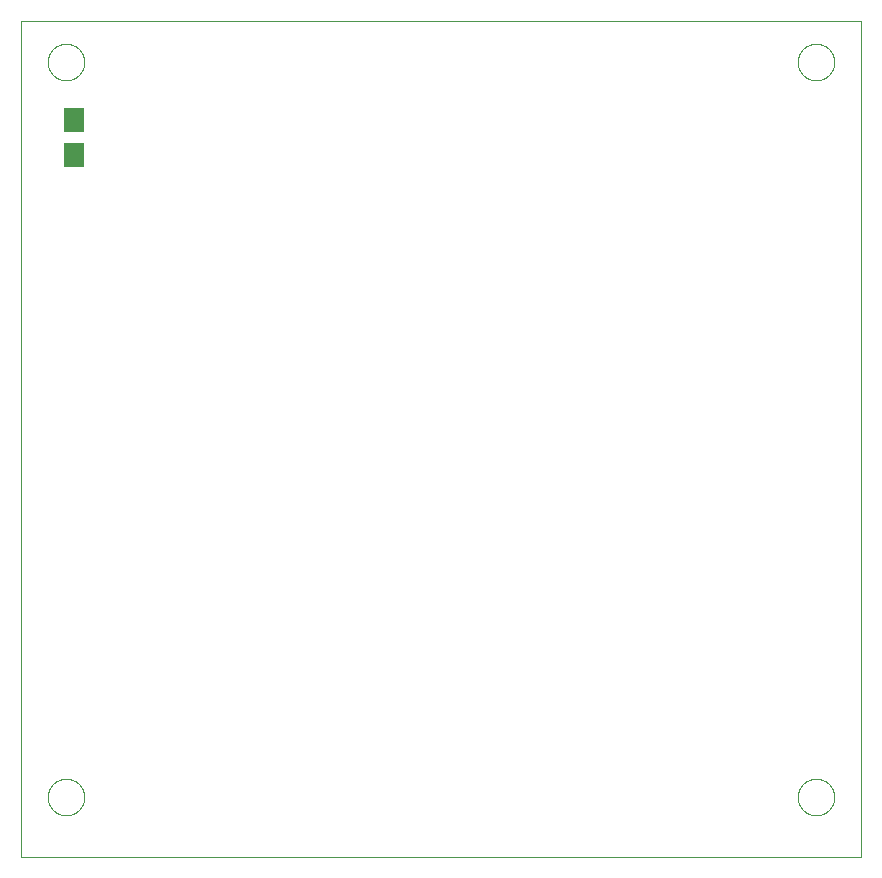
<source format=gtp>
G75*
%MOIN*%
%OFA0B0*%
%FSLAX25Y25*%
%IPPOS*%
%LPD*%
%AMOC8*
5,1,8,0,0,1.08239X$1,22.5*
%
%ADD10C,0.00000*%
%ADD11R,0.07087X0.08465*%
D10*
X0001600Y0012379D02*
X0001600Y0291080D01*
X0281521Y0291080D01*
X0281521Y0012379D01*
X0001600Y0012379D01*
X0010498Y0032379D02*
X0010500Y0032535D01*
X0010506Y0032691D01*
X0010516Y0032846D01*
X0010530Y0033001D01*
X0010548Y0033156D01*
X0010570Y0033310D01*
X0010595Y0033464D01*
X0010625Y0033617D01*
X0010659Y0033769D01*
X0010696Y0033921D01*
X0010737Y0034071D01*
X0010782Y0034220D01*
X0010831Y0034368D01*
X0010884Y0034515D01*
X0010940Y0034660D01*
X0011000Y0034804D01*
X0011064Y0034946D01*
X0011132Y0035087D01*
X0011203Y0035225D01*
X0011277Y0035362D01*
X0011355Y0035497D01*
X0011436Y0035630D01*
X0011521Y0035761D01*
X0011609Y0035890D01*
X0011700Y0036016D01*
X0011795Y0036140D01*
X0011892Y0036261D01*
X0011993Y0036380D01*
X0012097Y0036497D01*
X0012203Y0036610D01*
X0012313Y0036721D01*
X0012425Y0036829D01*
X0012540Y0036934D01*
X0012658Y0037037D01*
X0012778Y0037136D01*
X0012901Y0037232D01*
X0013026Y0037325D01*
X0013153Y0037414D01*
X0013283Y0037501D01*
X0013415Y0037584D01*
X0013549Y0037663D01*
X0013685Y0037740D01*
X0013823Y0037812D01*
X0013962Y0037882D01*
X0014104Y0037947D01*
X0014247Y0038009D01*
X0014391Y0038067D01*
X0014537Y0038122D01*
X0014685Y0038173D01*
X0014833Y0038220D01*
X0014983Y0038263D01*
X0015134Y0038302D01*
X0015286Y0038338D01*
X0015438Y0038369D01*
X0015592Y0038397D01*
X0015746Y0038421D01*
X0015900Y0038441D01*
X0016055Y0038457D01*
X0016211Y0038469D01*
X0016366Y0038477D01*
X0016522Y0038481D01*
X0016678Y0038481D01*
X0016834Y0038477D01*
X0016989Y0038469D01*
X0017145Y0038457D01*
X0017300Y0038441D01*
X0017454Y0038421D01*
X0017608Y0038397D01*
X0017762Y0038369D01*
X0017914Y0038338D01*
X0018066Y0038302D01*
X0018217Y0038263D01*
X0018367Y0038220D01*
X0018515Y0038173D01*
X0018663Y0038122D01*
X0018809Y0038067D01*
X0018953Y0038009D01*
X0019096Y0037947D01*
X0019238Y0037882D01*
X0019377Y0037812D01*
X0019515Y0037740D01*
X0019651Y0037663D01*
X0019785Y0037584D01*
X0019917Y0037501D01*
X0020047Y0037414D01*
X0020174Y0037325D01*
X0020299Y0037232D01*
X0020422Y0037136D01*
X0020542Y0037037D01*
X0020660Y0036934D01*
X0020775Y0036829D01*
X0020887Y0036721D01*
X0020997Y0036610D01*
X0021103Y0036497D01*
X0021207Y0036380D01*
X0021308Y0036261D01*
X0021405Y0036140D01*
X0021500Y0036016D01*
X0021591Y0035890D01*
X0021679Y0035761D01*
X0021764Y0035630D01*
X0021845Y0035497D01*
X0021923Y0035362D01*
X0021997Y0035225D01*
X0022068Y0035087D01*
X0022136Y0034946D01*
X0022200Y0034804D01*
X0022260Y0034660D01*
X0022316Y0034515D01*
X0022369Y0034368D01*
X0022418Y0034220D01*
X0022463Y0034071D01*
X0022504Y0033921D01*
X0022541Y0033769D01*
X0022575Y0033617D01*
X0022605Y0033464D01*
X0022630Y0033310D01*
X0022652Y0033156D01*
X0022670Y0033001D01*
X0022684Y0032846D01*
X0022694Y0032691D01*
X0022700Y0032535D01*
X0022702Y0032379D01*
X0022700Y0032223D01*
X0022694Y0032067D01*
X0022684Y0031912D01*
X0022670Y0031757D01*
X0022652Y0031602D01*
X0022630Y0031448D01*
X0022605Y0031294D01*
X0022575Y0031141D01*
X0022541Y0030989D01*
X0022504Y0030837D01*
X0022463Y0030687D01*
X0022418Y0030538D01*
X0022369Y0030390D01*
X0022316Y0030243D01*
X0022260Y0030098D01*
X0022200Y0029954D01*
X0022136Y0029812D01*
X0022068Y0029671D01*
X0021997Y0029533D01*
X0021923Y0029396D01*
X0021845Y0029261D01*
X0021764Y0029128D01*
X0021679Y0028997D01*
X0021591Y0028868D01*
X0021500Y0028742D01*
X0021405Y0028618D01*
X0021308Y0028497D01*
X0021207Y0028378D01*
X0021103Y0028261D01*
X0020997Y0028148D01*
X0020887Y0028037D01*
X0020775Y0027929D01*
X0020660Y0027824D01*
X0020542Y0027721D01*
X0020422Y0027622D01*
X0020299Y0027526D01*
X0020174Y0027433D01*
X0020047Y0027344D01*
X0019917Y0027257D01*
X0019785Y0027174D01*
X0019651Y0027095D01*
X0019515Y0027018D01*
X0019377Y0026946D01*
X0019238Y0026876D01*
X0019096Y0026811D01*
X0018953Y0026749D01*
X0018809Y0026691D01*
X0018663Y0026636D01*
X0018515Y0026585D01*
X0018367Y0026538D01*
X0018217Y0026495D01*
X0018066Y0026456D01*
X0017914Y0026420D01*
X0017762Y0026389D01*
X0017608Y0026361D01*
X0017454Y0026337D01*
X0017300Y0026317D01*
X0017145Y0026301D01*
X0016989Y0026289D01*
X0016834Y0026281D01*
X0016678Y0026277D01*
X0016522Y0026277D01*
X0016366Y0026281D01*
X0016211Y0026289D01*
X0016055Y0026301D01*
X0015900Y0026317D01*
X0015746Y0026337D01*
X0015592Y0026361D01*
X0015438Y0026389D01*
X0015286Y0026420D01*
X0015134Y0026456D01*
X0014983Y0026495D01*
X0014833Y0026538D01*
X0014685Y0026585D01*
X0014537Y0026636D01*
X0014391Y0026691D01*
X0014247Y0026749D01*
X0014104Y0026811D01*
X0013962Y0026876D01*
X0013823Y0026946D01*
X0013685Y0027018D01*
X0013549Y0027095D01*
X0013415Y0027174D01*
X0013283Y0027257D01*
X0013153Y0027344D01*
X0013026Y0027433D01*
X0012901Y0027526D01*
X0012778Y0027622D01*
X0012658Y0027721D01*
X0012540Y0027824D01*
X0012425Y0027929D01*
X0012313Y0028037D01*
X0012203Y0028148D01*
X0012097Y0028261D01*
X0011993Y0028378D01*
X0011892Y0028497D01*
X0011795Y0028618D01*
X0011700Y0028742D01*
X0011609Y0028868D01*
X0011521Y0028997D01*
X0011436Y0029128D01*
X0011355Y0029261D01*
X0011277Y0029396D01*
X0011203Y0029533D01*
X0011132Y0029671D01*
X0011064Y0029812D01*
X0011000Y0029954D01*
X0010940Y0030098D01*
X0010884Y0030243D01*
X0010831Y0030390D01*
X0010782Y0030538D01*
X0010737Y0030687D01*
X0010696Y0030837D01*
X0010659Y0030989D01*
X0010625Y0031141D01*
X0010595Y0031294D01*
X0010570Y0031448D01*
X0010548Y0031602D01*
X0010530Y0031757D01*
X0010516Y0031912D01*
X0010506Y0032067D01*
X0010500Y0032223D01*
X0010498Y0032379D01*
X0010498Y0277379D02*
X0010500Y0277535D01*
X0010506Y0277691D01*
X0010516Y0277846D01*
X0010530Y0278001D01*
X0010548Y0278156D01*
X0010570Y0278310D01*
X0010595Y0278464D01*
X0010625Y0278617D01*
X0010659Y0278769D01*
X0010696Y0278921D01*
X0010737Y0279071D01*
X0010782Y0279220D01*
X0010831Y0279368D01*
X0010884Y0279515D01*
X0010940Y0279660D01*
X0011000Y0279804D01*
X0011064Y0279946D01*
X0011132Y0280087D01*
X0011203Y0280225D01*
X0011277Y0280362D01*
X0011355Y0280497D01*
X0011436Y0280630D01*
X0011521Y0280761D01*
X0011609Y0280890D01*
X0011700Y0281016D01*
X0011795Y0281140D01*
X0011892Y0281261D01*
X0011993Y0281380D01*
X0012097Y0281497D01*
X0012203Y0281610D01*
X0012313Y0281721D01*
X0012425Y0281829D01*
X0012540Y0281934D01*
X0012658Y0282037D01*
X0012778Y0282136D01*
X0012901Y0282232D01*
X0013026Y0282325D01*
X0013153Y0282414D01*
X0013283Y0282501D01*
X0013415Y0282584D01*
X0013549Y0282663D01*
X0013685Y0282740D01*
X0013823Y0282812D01*
X0013962Y0282882D01*
X0014104Y0282947D01*
X0014247Y0283009D01*
X0014391Y0283067D01*
X0014537Y0283122D01*
X0014685Y0283173D01*
X0014833Y0283220D01*
X0014983Y0283263D01*
X0015134Y0283302D01*
X0015286Y0283338D01*
X0015438Y0283369D01*
X0015592Y0283397D01*
X0015746Y0283421D01*
X0015900Y0283441D01*
X0016055Y0283457D01*
X0016211Y0283469D01*
X0016366Y0283477D01*
X0016522Y0283481D01*
X0016678Y0283481D01*
X0016834Y0283477D01*
X0016989Y0283469D01*
X0017145Y0283457D01*
X0017300Y0283441D01*
X0017454Y0283421D01*
X0017608Y0283397D01*
X0017762Y0283369D01*
X0017914Y0283338D01*
X0018066Y0283302D01*
X0018217Y0283263D01*
X0018367Y0283220D01*
X0018515Y0283173D01*
X0018663Y0283122D01*
X0018809Y0283067D01*
X0018953Y0283009D01*
X0019096Y0282947D01*
X0019238Y0282882D01*
X0019377Y0282812D01*
X0019515Y0282740D01*
X0019651Y0282663D01*
X0019785Y0282584D01*
X0019917Y0282501D01*
X0020047Y0282414D01*
X0020174Y0282325D01*
X0020299Y0282232D01*
X0020422Y0282136D01*
X0020542Y0282037D01*
X0020660Y0281934D01*
X0020775Y0281829D01*
X0020887Y0281721D01*
X0020997Y0281610D01*
X0021103Y0281497D01*
X0021207Y0281380D01*
X0021308Y0281261D01*
X0021405Y0281140D01*
X0021500Y0281016D01*
X0021591Y0280890D01*
X0021679Y0280761D01*
X0021764Y0280630D01*
X0021845Y0280497D01*
X0021923Y0280362D01*
X0021997Y0280225D01*
X0022068Y0280087D01*
X0022136Y0279946D01*
X0022200Y0279804D01*
X0022260Y0279660D01*
X0022316Y0279515D01*
X0022369Y0279368D01*
X0022418Y0279220D01*
X0022463Y0279071D01*
X0022504Y0278921D01*
X0022541Y0278769D01*
X0022575Y0278617D01*
X0022605Y0278464D01*
X0022630Y0278310D01*
X0022652Y0278156D01*
X0022670Y0278001D01*
X0022684Y0277846D01*
X0022694Y0277691D01*
X0022700Y0277535D01*
X0022702Y0277379D01*
X0022700Y0277223D01*
X0022694Y0277067D01*
X0022684Y0276912D01*
X0022670Y0276757D01*
X0022652Y0276602D01*
X0022630Y0276448D01*
X0022605Y0276294D01*
X0022575Y0276141D01*
X0022541Y0275989D01*
X0022504Y0275837D01*
X0022463Y0275687D01*
X0022418Y0275538D01*
X0022369Y0275390D01*
X0022316Y0275243D01*
X0022260Y0275098D01*
X0022200Y0274954D01*
X0022136Y0274812D01*
X0022068Y0274671D01*
X0021997Y0274533D01*
X0021923Y0274396D01*
X0021845Y0274261D01*
X0021764Y0274128D01*
X0021679Y0273997D01*
X0021591Y0273868D01*
X0021500Y0273742D01*
X0021405Y0273618D01*
X0021308Y0273497D01*
X0021207Y0273378D01*
X0021103Y0273261D01*
X0020997Y0273148D01*
X0020887Y0273037D01*
X0020775Y0272929D01*
X0020660Y0272824D01*
X0020542Y0272721D01*
X0020422Y0272622D01*
X0020299Y0272526D01*
X0020174Y0272433D01*
X0020047Y0272344D01*
X0019917Y0272257D01*
X0019785Y0272174D01*
X0019651Y0272095D01*
X0019515Y0272018D01*
X0019377Y0271946D01*
X0019238Y0271876D01*
X0019096Y0271811D01*
X0018953Y0271749D01*
X0018809Y0271691D01*
X0018663Y0271636D01*
X0018515Y0271585D01*
X0018367Y0271538D01*
X0018217Y0271495D01*
X0018066Y0271456D01*
X0017914Y0271420D01*
X0017762Y0271389D01*
X0017608Y0271361D01*
X0017454Y0271337D01*
X0017300Y0271317D01*
X0017145Y0271301D01*
X0016989Y0271289D01*
X0016834Y0271281D01*
X0016678Y0271277D01*
X0016522Y0271277D01*
X0016366Y0271281D01*
X0016211Y0271289D01*
X0016055Y0271301D01*
X0015900Y0271317D01*
X0015746Y0271337D01*
X0015592Y0271361D01*
X0015438Y0271389D01*
X0015286Y0271420D01*
X0015134Y0271456D01*
X0014983Y0271495D01*
X0014833Y0271538D01*
X0014685Y0271585D01*
X0014537Y0271636D01*
X0014391Y0271691D01*
X0014247Y0271749D01*
X0014104Y0271811D01*
X0013962Y0271876D01*
X0013823Y0271946D01*
X0013685Y0272018D01*
X0013549Y0272095D01*
X0013415Y0272174D01*
X0013283Y0272257D01*
X0013153Y0272344D01*
X0013026Y0272433D01*
X0012901Y0272526D01*
X0012778Y0272622D01*
X0012658Y0272721D01*
X0012540Y0272824D01*
X0012425Y0272929D01*
X0012313Y0273037D01*
X0012203Y0273148D01*
X0012097Y0273261D01*
X0011993Y0273378D01*
X0011892Y0273497D01*
X0011795Y0273618D01*
X0011700Y0273742D01*
X0011609Y0273868D01*
X0011521Y0273997D01*
X0011436Y0274128D01*
X0011355Y0274261D01*
X0011277Y0274396D01*
X0011203Y0274533D01*
X0011132Y0274671D01*
X0011064Y0274812D01*
X0011000Y0274954D01*
X0010940Y0275098D01*
X0010884Y0275243D01*
X0010831Y0275390D01*
X0010782Y0275538D01*
X0010737Y0275687D01*
X0010696Y0275837D01*
X0010659Y0275989D01*
X0010625Y0276141D01*
X0010595Y0276294D01*
X0010570Y0276448D01*
X0010548Y0276602D01*
X0010530Y0276757D01*
X0010516Y0276912D01*
X0010506Y0277067D01*
X0010500Y0277223D01*
X0010498Y0277379D01*
X0260498Y0277379D02*
X0260500Y0277535D01*
X0260506Y0277691D01*
X0260516Y0277846D01*
X0260530Y0278001D01*
X0260548Y0278156D01*
X0260570Y0278310D01*
X0260595Y0278464D01*
X0260625Y0278617D01*
X0260659Y0278769D01*
X0260696Y0278921D01*
X0260737Y0279071D01*
X0260782Y0279220D01*
X0260831Y0279368D01*
X0260884Y0279515D01*
X0260940Y0279660D01*
X0261000Y0279804D01*
X0261064Y0279946D01*
X0261132Y0280087D01*
X0261203Y0280225D01*
X0261277Y0280362D01*
X0261355Y0280497D01*
X0261436Y0280630D01*
X0261521Y0280761D01*
X0261609Y0280890D01*
X0261700Y0281016D01*
X0261795Y0281140D01*
X0261892Y0281261D01*
X0261993Y0281380D01*
X0262097Y0281497D01*
X0262203Y0281610D01*
X0262313Y0281721D01*
X0262425Y0281829D01*
X0262540Y0281934D01*
X0262658Y0282037D01*
X0262778Y0282136D01*
X0262901Y0282232D01*
X0263026Y0282325D01*
X0263153Y0282414D01*
X0263283Y0282501D01*
X0263415Y0282584D01*
X0263549Y0282663D01*
X0263685Y0282740D01*
X0263823Y0282812D01*
X0263962Y0282882D01*
X0264104Y0282947D01*
X0264247Y0283009D01*
X0264391Y0283067D01*
X0264537Y0283122D01*
X0264685Y0283173D01*
X0264833Y0283220D01*
X0264983Y0283263D01*
X0265134Y0283302D01*
X0265286Y0283338D01*
X0265438Y0283369D01*
X0265592Y0283397D01*
X0265746Y0283421D01*
X0265900Y0283441D01*
X0266055Y0283457D01*
X0266211Y0283469D01*
X0266366Y0283477D01*
X0266522Y0283481D01*
X0266678Y0283481D01*
X0266834Y0283477D01*
X0266989Y0283469D01*
X0267145Y0283457D01*
X0267300Y0283441D01*
X0267454Y0283421D01*
X0267608Y0283397D01*
X0267762Y0283369D01*
X0267914Y0283338D01*
X0268066Y0283302D01*
X0268217Y0283263D01*
X0268367Y0283220D01*
X0268515Y0283173D01*
X0268663Y0283122D01*
X0268809Y0283067D01*
X0268953Y0283009D01*
X0269096Y0282947D01*
X0269238Y0282882D01*
X0269377Y0282812D01*
X0269515Y0282740D01*
X0269651Y0282663D01*
X0269785Y0282584D01*
X0269917Y0282501D01*
X0270047Y0282414D01*
X0270174Y0282325D01*
X0270299Y0282232D01*
X0270422Y0282136D01*
X0270542Y0282037D01*
X0270660Y0281934D01*
X0270775Y0281829D01*
X0270887Y0281721D01*
X0270997Y0281610D01*
X0271103Y0281497D01*
X0271207Y0281380D01*
X0271308Y0281261D01*
X0271405Y0281140D01*
X0271500Y0281016D01*
X0271591Y0280890D01*
X0271679Y0280761D01*
X0271764Y0280630D01*
X0271845Y0280497D01*
X0271923Y0280362D01*
X0271997Y0280225D01*
X0272068Y0280087D01*
X0272136Y0279946D01*
X0272200Y0279804D01*
X0272260Y0279660D01*
X0272316Y0279515D01*
X0272369Y0279368D01*
X0272418Y0279220D01*
X0272463Y0279071D01*
X0272504Y0278921D01*
X0272541Y0278769D01*
X0272575Y0278617D01*
X0272605Y0278464D01*
X0272630Y0278310D01*
X0272652Y0278156D01*
X0272670Y0278001D01*
X0272684Y0277846D01*
X0272694Y0277691D01*
X0272700Y0277535D01*
X0272702Y0277379D01*
X0272700Y0277223D01*
X0272694Y0277067D01*
X0272684Y0276912D01*
X0272670Y0276757D01*
X0272652Y0276602D01*
X0272630Y0276448D01*
X0272605Y0276294D01*
X0272575Y0276141D01*
X0272541Y0275989D01*
X0272504Y0275837D01*
X0272463Y0275687D01*
X0272418Y0275538D01*
X0272369Y0275390D01*
X0272316Y0275243D01*
X0272260Y0275098D01*
X0272200Y0274954D01*
X0272136Y0274812D01*
X0272068Y0274671D01*
X0271997Y0274533D01*
X0271923Y0274396D01*
X0271845Y0274261D01*
X0271764Y0274128D01*
X0271679Y0273997D01*
X0271591Y0273868D01*
X0271500Y0273742D01*
X0271405Y0273618D01*
X0271308Y0273497D01*
X0271207Y0273378D01*
X0271103Y0273261D01*
X0270997Y0273148D01*
X0270887Y0273037D01*
X0270775Y0272929D01*
X0270660Y0272824D01*
X0270542Y0272721D01*
X0270422Y0272622D01*
X0270299Y0272526D01*
X0270174Y0272433D01*
X0270047Y0272344D01*
X0269917Y0272257D01*
X0269785Y0272174D01*
X0269651Y0272095D01*
X0269515Y0272018D01*
X0269377Y0271946D01*
X0269238Y0271876D01*
X0269096Y0271811D01*
X0268953Y0271749D01*
X0268809Y0271691D01*
X0268663Y0271636D01*
X0268515Y0271585D01*
X0268367Y0271538D01*
X0268217Y0271495D01*
X0268066Y0271456D01*
X0267914Y0271420D01*
X0267762Y0271389D01*
X0267608Y0271361D01*
X0267454Y0271337D01*
X0267300Y0271317D01*
X0267145Y0271301D01*
X0266989Y0271289D01*
X0266834Y0271281D01*
X0266678Y0271277D01*
X0266522Y0271277D01*
X0266366Y0271281D01*
X0266211Y0271289D01*
X0266055Y0271301D01*
X0265900Y0271317D01*
X0265746Y0271337D01*
X0265592Y0271361D01*
X0265438Y0271389D01*
X0265286Y0271420D01*
X0265134Y0271456D01*
X0264983Y0271495D01*
X0264833Y0271538D01*
X0264685Y0271585D01*
X0264537Y0271636D01*
X0264391Y0271691D01*
X0264247Y0271749D01*
X0264104Y0271811D01*
X0263962Y0271876D01*
X0263823Y0271946D01*
X0263685Y0272018D01*
X0263549Y0272095D01*
X0263415Y0272174D01*
X0263283Y0272257D01*
X0263153Y0272344D01*
X0263026Y0272433D01*
X0262901Y0272526D01*
X0262778Y0272622D01*
X0262658Y0272721D01*
X0262540Y0272824D01*
X0262425Y0272929D01*
X0262313Y0273037D01*
X0262203Y0273148D01*
X0262097Y0273261D01*
X0261993Y0273378D01*
X0261892Y0273497D01*
X0261795Y0273618D01*
X0261700Y0273742D01*
X0261609Y0273868D01*
X0261521Y0273997D01*
X0261436Y0274128D01*
X0261355Y0274261D01*
X0261277Y0274396D01*
X0261203Y0274533D01*
X0261132Y0274671D01*
X0261064Y0274812D01*
X0261000Y0274954D01*
X0260940Y0275098D01*
X0260884Y0275243D01*
X0260831Y0275390D01*
X0260782Y0275538D01*
X0260737Y0275687D01*
X0260696Y0275837D01*
X0260659Y0275989D01*
X0260625Y0276141D01*
X0260595Y0276294D01*
X0260570Y0276448D01*
X0260548Y0276602D01*
X0260530Y0276757D01*
X0260516Y0276912D01*
X0260506Y0277067D01*
X0260500Y0277223D01*
X0260498Y0277379D01*
X0260498Y0032379D02*
X0260500Y0032535D01*
X0260506Y0032691D01*
X0260516Y0032846D01*
X0260530Y0033001D01*
X0260548Y0033156D01*
X0260570Y0033310D01*
X0260595Y0033464D01*
X0260625Y0033617D01*
X0260659Y0033769D01*
X0260696Y0033921D01*
X0260737Y0034071D01*
X0260782Y0034220D01*
X0260831Y0034368D01*
X0260884Y0034515D01*
X0260940Y0034660D01*
X0261000Y0034804D01*
X0261064Y0034946D01*
X0261132Y0035087D01*
X0261203Y0035225D01*
X0261277Y0035362D01*
X0261355Y0035497D01*
X0261436Y0035630D01*
X0261521Y0035761D01*
X0261609Y0035890D01*
X0261700Y0036016D01*
X0261795Y0036140D01*
X0261892Y0036261D01*
X0261993Y0036380D01*
X0262097Y0036497D01*
X0262203Y0036610D01*
X0262313Y0036721D01*
X0262425Y0036829D01*
X0262540Y0036934D01*
X0262658Y0037037D01*
X0262778Y0037136D01*
X0262901Y0037232D01*
X0263026Y0037325D01*
X0263153Y0037414D01*
X0263283Y0037501D01*
X0263415Y0037584D01*
X0263549Y0037663D01*
X0263685Y0037740D01*
X0263823Y0037812D01*
X0263962Y0037882D01*
X0264104Y0037947D01*
X0264247Y0038009D01*
X0264391Y0038067D01*
X0264537Y0038122D01*
X0264685Y0038173D01*
X0264833Y0038220D01*
X0264983Y0038263D01*
X0265134Y0038302D01*
X0265286Y0038338D01*
X0265438Y0038369D01*
X0265592Y0038397D01*
X0265746Y0038421D01*
X0265900Y0038441D01*
X0266055Y0038457D01*
X0266211Y0038469D01*
X0266366Y0038477D01*
X0266522Y0038481D01*
X0266678Y0038481D01*
X0266834Y0038477D01*
X0266989Y0038469D01*
X0267145Y0038457D01*
X0267300Y0038441D01*
X0267454Y0038421D01*
X0267608Y0038397D01*
X0267762Y0038369D01*
X0267914Y0038338D01*
X0268066Y0038302D01*
X0268217Y0038263D01*
X0268367Y0038220D01*
X0268515Y0038173D01*
X0268663Y0038122D01*
X0268809Y0038067D01*
X0268953Y0038009D01*
X0269096Y0037947D01*
X0269238Y0037882D01*
X0269377Y0037812D01*
X0269515Y0037740D01*
X0269651Y0037663D01*
X0269785Y0037584D01*
X0269917Y0037501D01*
X0270047Y0037414D01*
X0270174Y0037325D01*
X0270299Y0037232D01*
X0270422Y0037136D01*
X0270542Y0037037D01*
X0270660Y0036934D01*
X0270775Y0036829D01*
X0270887Y0036721D01*
X0270997Y0036610D01*
X0271103Y0036497D01*
X0271207Y0036380D01*
X0271308Y0036261D01*
X0271405Y0036140D01*
X0271500Y0036016D01*
X0271591Y0035890D01*
X0271679Y0035761D01*
X0271764Y0035630D01*
X0271845Y0035497D01*
X0271923Y0035362D01*
X0271997Y0035225D01*
X0272068Y0035087D01*
X0272136Y0034946D01*
X0272200Y0034804D01*
X0272260Y0034660D01*
X0272316Y0034515D01*
X0272369Y0034368D01*
X0272418Y0034220D01*
X0272463Y0034071D01*
X0272504Y0033921D01*
X0272541Y0033769D01*
X0272575Y0033617D01*
X0272605Y0033464D01*
X0272630Y0033310D01*
X0272652Y0033156D01*
X0272670Y0033001D01*
X0272684Y0032846D01*
X0272694Y0032691D01*
X0272700Y0032535D01*
X0272702Y0032379D01*
X0272700Y0032223D01*
X0272694Y0032067D01*
X0272684Y0031912D01*
X0272670Y0031757D01*
X0272652Y0031602D01*
X0272630Y0031448D01*
X0272605Y0031294D01*
X0272575Y0031141D01*
X0272541Y0030989D01*
X0272504Y0030837D01*
X0272463Y0030687D01*
X0272418Y0030538D01*
X0272369Y0030390D01*
X0272316Y0030243D01*
X0272260Y0030098D01*
X0272200Y0029954D01*
X0272136Y0029812D01*
X0272068Y0029671D01*
X0271997Y0029533D01*
X0271923Y0029396D01*
X0271845Y0029261D01*
X0271764Y0029128D01*
X0271679Y0028997D01*
X0271591Y0028868D01*
X0271500Y0028742D01*
X0271405Y0028618D01*
X0271308Y0028497D01*
X0271207Y0028378D01*
X0271103Y0028261D01*
X0270997Y0028148D01*
X0270887Y0028037D01*
X0270775Y0027929D01*
X0270660Y0027824D01*
X0270542Y0027721D01*
X0270422Y0027622D01*
X0270299Y0027526D01*
X0270174Y0027433D01*
X0270047Y0027344D01*
X0269917Y0027257D01*
X0269785Y0027174D01*
X0269651Y0027095D01*
X0269515Y0027018D01*
X0269377Y0026946D01*
X0269238Y0026876D01*
X0269096Y0026811D01*
X0268953Y0026749D01*
X0268809Y0026691D01*
X0268663Y0026636D01*
X0268515Y0026585D01*
X0268367Y0026538D01*
X0268217Y0026495D01*
X0268066Y0026456D01*
X0267914Y0026420D01*
X0267762Y0026389D01*
X0267608Y0026361D01*
X0267454Y0026337D01*
X0267300Y0026317D01*
X0267145Y0026301D01*
X0266989Y0026289D01*
X0266834Y0026281D01*
X0266678Y0026277D01*
X0266522Y0026277D01*
X0266366Y0026281D01*
X0266211Y0026289D01*
X0266055Y0026301D01*
X0265900Y0026317D01*
X0265746Y0026337D01*
X0265592Y0026361D01*
X0265438Y0026389D01*
X0265286Y0026420D01*
X0265134Y0026456D01*
X0264983Y0026495D01*
X0264833Y0026538D01*
X0264685Y0026585D01*
X0264537Y0026636D01*
X0264391Y0026691D01*
X0264247Y0026749D01*
X0264104Y0026811D01*
X0263962Y0026876D01*
X0263823Y0026946D01*
X0263685Y0027018D01*
X0263549Y0027095D01*
X0263415Y0027174D01*
X0263283Y0027257D01*
X0263153Y0027344D01*
X0263026Y0027433D01*
X0262901Y0027526D01*
X0262778Y0027622D01*
X0262658Y0027721D01*
X0262540Y0027824D01*
X0262425Y0027929D01*
X0262313Y0028037D01*
X0262203Y0028148D01*
X0262097Y0028261D01*
X0261993Y0028378D01*
X0261892Y0028497D01*
X0261795Y0028618D01*
X0261700Y0028742D01*
X0261609Y0028868D01*
X0261521Y0028997D01*
X0261436Y0029128D01*
X0261355Y0029261D01*
X0261277Y0029396D01*
X0261203Y0029533D01*
X0261132Y0029671D01*
X0261064Y0029812D01*
X0261000Y0029954D01*
X0260940Y0030098D01*
X0260884Y0030243D01*
X0260831Y0030390D01*
X0260782Y0030538D01*
X0260737Y0030687D01*
X0260696Y0030837D01*
X0260659Y0030989D01*
X0260625Y0031141D01*
X0260595Y0031294D01*
X0260570Y0031448D01*
X0260548Y0031602D01*
X0260530Y0031757D01*
X0260516Y0031912D01*
X0260506Y0032067D01*
X0260500Y0032223D01*
X0260498Y0032379D01*
D11*
X0019100Y0246572D03*
X0019100Y0258186D03*
M02*

</source>
